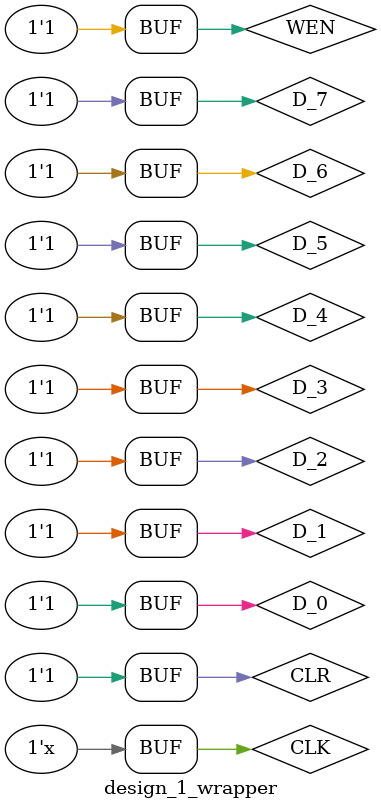
<source format=v>
`timescale 1 ps / 1 ps

module design_1_wrapper();


  reg CLK;
  reg CLR;
  reg D_0;
  reg D_1;
  reg D_2;
  reg D_3;
  reg D_4;
  reg D_5;
  reg D_6;
  reg D_7;
  wire NQ_0;
  wire NQ_1;
  wire NQ_2;
  wire NQ_3;
  wire NQ_4;
  wire NQ_5;
  wire NQ_6;
  wire NQ_7;
  wire Q_0;
  wire Q_1;
  wire Q_2;
  wire Q_3;
  wire Q_4;
  wire Q_5;
  wire Q_6;
  wire Q_7;
  reg WEN;

  design_1 design_1_i
       (.CLK(CLK),
        .CLR(CLR),
        .D_0(D_0),
        .D_1(D_1),
        .D_2(D_2),
        .D_3(D_3),
        .D_4(D_4),
        .D_5(D_5),
        .D_6(D_6),
        .D_7(D_7),
        .NQ_0(NQ_0),
        .NQ_1(NQ_1),
        .NQ_2(NQ_2),
        .NQ_3(NQ_3),
        .NQ_4(NQ_4),
        .NQ_5(NQ_5),
        .NQ_6(NQ_6),
        .NQ_7(NQ_7),
        .Q_0(Q_0),
        .Q_1(Q_1),
        .Q_2(Q_2),
        .Q_3(Q_3),
        .Q_4(Q_4),
        .Q_5(Q_5),
        .Q_6(Q_6),
        .Q_7(Q_7),
        .WEN(WEN));
        
 always
        begin
           #10;CLK=~CLK;
       end
       initial
       begin
           CLK=0;WEN=1;CLR=0;
           D_0=0; D_1=0; D_2=0; D_3=0; D_4=0; D_5=0; D_6=0; D_7=0;
           
           #20; D_0=0; D_1=0; D_2=0; D_3=0; D_4=1; D_5=1; D_6=1; D_7=1;
           #20; D_0=1; D_1=1; D_2=1; D_3=1; D_4=0; D_5=0; D_6=0; D_7=0;
           #20; D_0=1; D_1=1; D_2=1; D_3=1; D_4=1; D_5=1; D_6=1; D_7=1;
           #20; CLR=1;
           #20; WEN=0;
           #10; WEN=1;
       end        
endmodule

</source>
